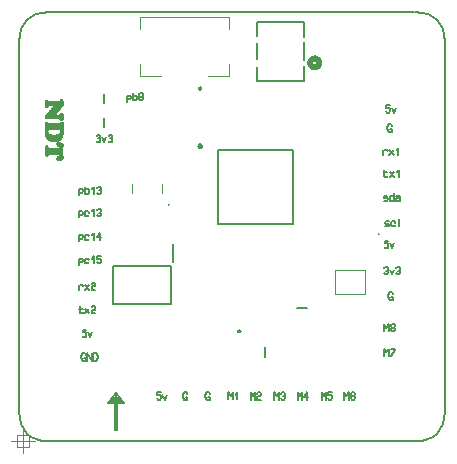
<source format=gbr>
G04 PROTEUS RS274X GERBER FILE*
%FSLAX45Y45*%
%MOMM*%
G01*
%ADD49C,0.200000*%
%ADD50C,0.250000*%
%ADD51C,0.100000*%
%ADD13C,0.203200*%
%ADD52C,0.000010*%
%ADD53C,0.031750*%
%ADD15C,0.508000*%
%ADD14C,0.152400*%
D49*
X+1385823Y+1533135D02*
X+2015823Y+1533135D01*
X+2015823Y+2163135D01*
X+1385823Y+2163135D01*
X+1385823Y+1533135D01*
D50*
X+1240823Y+2198135D02*
X+1240780Y+2199174D01*
X+1240428Y+2201253D01*
X+1239691Y+2203332D01*
X+1238487Y+2205411D01*
X+1236646Y+2207461D01*
X+1234567Y+2208964D01*
X+1232488Y+2209921D01*
X+1230409Y+2210460D01*
X+1228330Y+2210635D01*
X+1228323Y+2210635D01*
X+1215823Y+2198135D02*
X+1215866Y+2199174D01*
X+1216218Y+2201253D01*
X+1216955Y+2203332D01*
X+1218159Y+2205411D01*
X+1220000Y+2207461D01*
X+1222079Y+2208964D01*
X+1224158Y+2209921D01*
X+1226237Y+2210460D01*
X+1228316Y+2210635D01*
X+1228323Y+2210635D01*
X+1215823Y+2198135D02*
X+1215866Y+2197096D01*
X+1216218Y+2195017D01*
X+1216955Y+2192938D01*
X+1218159Y+2190859D01*
X+1220000Y+2188809D01*
X+1222079Y+2187306D01*
X+1224158Y+2186349D01*
X+1226237Y+2185810D01*
X+1228316Y+2185635D01*
X+1228323Y+2185635D01*
X+1240823Y+2198135D02*
X+1240780Y+2197096D01*
X+1240428Y+2195017D01*
X+1239691Y+2192938D01*
X+1238487Y+2190859D01*
X+1236646Y+2188809D01*
X+1234567Y+2187306D01*
X+1232488Y+2186349D01*
X+1230409Y+2185810D01*
X+1228330Y+2185635D01*
X+1228323Y+2185635D01*
D51*
X+907423Y+1797935D02*
X+907423Y+1877935D01*
X+657423Y+1797935D02*
X+657423Y+1877935D01*
X+962423Y+1697935D02*
X+967423Y+1702935D01*
X+962423Y+1707935D01*
X+957423Y+1702935D01*
X+962423Y+1697935D01*
D49*
X+1572569Y+628777D02*
X+1572534Y+629608D01*
X+1572253Y+631272D01*
X+1571663Y+632936D01*
X+1570699Y+634600D01*
X+1569224Y+636241D01*
X+1567560Y+637442D01*
X+1565896Y+638207D01*
X+1564232Y+638638D01*
X+1562569Y+638777D01*
X+1552569Y+628777D02*
X+1552604Y+629608D01*
X+1552885Y+631272D01*
X+1553475Y+632936D01*
X+1554439Y+634600D01*
X+1555914Y+636241D01*
X+1557578Y+637442D01*
X+1559242Y+638207D01*
X+1560906Y+638638D01*
X+1562569Y+638777D01*
X+1552569Y+628777D02*
X+1552604Y+627946D01*
X+1552885Y+626282D01*
X+1553475Y+624618D01*
X+1554439Y+622954D01*
X+1555914Y+621313D01*
X+1557578Y+620112D01*
X+1559242Y+619347D01*
X+1560906Y+618916D01*
X+1562569Y+618777D01*
X+1572569Y+628777D02*
X+1572534Y+627946D01*
X+1572253Y+626282D01*
X+1571663Y+624618D01*
X+1570699Y+622954D01*
X+1569224Y+621313D01*
X+1567560Y+620112D01*
X+1565896Y+619347D01*
X+1564232Y+618916D01*
X+1562569Y+618777D01*
X+1783348Y+412409D02*
X+1783348Y+492409D01*
X+2052523Y+825535D02*
X+2132523Y+825535D01*
D51*
X+1300823Y+2788135D02*
X+1475823Y+2788135D01*
X+1475823Y+2888135D01*
X+1475823Y+3188135D02*
X+1475823Y+3288135D01*
X+725823Y+3288135D01*
X+725823Y+3188135D01*
X+900823Y+2788135D02*
X+725823Y+2788135D01*
X+725823Y+2888135D01*
D49*
X+1240823Y+2683135D02*
X+1237932Y+2676026D01*
X+1230823Y+2673135D01*
X+1223714Y+2676026D01*
X+1220823Y+2683135D01*
X+1223714Y+2690244D01*
X+1230823Y+2693135D01*
X+1237932Y+2690244D01*
X+1240823Y+2683135D01*
D51*
X+2375823Y+948135D02*
X+2625823Y+948135D01*
X+2625823Y+1148135D01*
X+2375823Y+1148135D01*
X+2375823Y+948135D01*
D13*
X+1469200Y+51385D02*
X+1469200Y+112345D01*
X+1488250Y+81865D01*
X+1507300Y+112345D01*
X+1507300Y+51385D01*
X+1532700Y+92025D02*
X+1545400Y+112345D01*
X+1545400Y+51385D01*
X+1659200Y+49520D02*
X+1659200Y+110480D01*
X+1678250Y+80000D01*
X+1697300Y+110480D01*
X+1697300Y+49520D01*
X+1716350Y+100320D02*
X+1722700Y+110480D01*
X+1741750Y+110480D01*
X+1748100Y+100320D01*
X+1748100Y+90160D01*
X+1741750Y+80000D01*
X+1722700Y+80000D01*
X+1716350Y+69840D01*
X+1716350Y+49520D01*
X+1748100Y+49520D01*
X+1859200Y+49520D02*
X+1859200Y+110480D01*
X+1878250Y+80000D01*
X+1897300Y+110480D01*
X+1897300Y+49520D01*
X+1916350Y+100320D02*
X+1922700Y+110480D01*
X+1941750Y+110480D01*
X+1948100Y+100320D01*
X+1948100Y+90160D01*
X+1941750Y+80000D01*
X+1948100Y+69840D01*
X+1948100Y+59680D01*
X+1941750Y+49520D01*
X+1922700Y+49520D01*
X+1916350Y+59680D01*
X+1929050Y+80000D02*
X+1941750Y+80000D01*
X+2059200Y+49520D02*
X+2059200Y+110480D01*
X+2078250Y+80000D01*
X+2097300Y+110480D01*
X+2097300Y+49520D01*
X+2148100Y+69840D02*
X+2110000Y+69840D01*
X+2135400Y+110480D01*
X+2135400Y+49520D01*
X+2259200Y+49520D02*
X+2259200Y+110480D01*
X+2278250Y+80000D01*
X+2297300Y+110480D01*
X+2297300Y+49520D01*
X+2348100Y+110480D02*
X+2316350Y+110480D01*
X+2316350Y+90160D01*
X+2341750Y+90160D01*
X+2348100Y+80000D01*
X+2348100Y+59680D01*
X+2341750Y+49520D01*
X+2322700Y+49520D01*
X+2316350Y+59680D01*
X+2449200Y+49520D02*
X+2449200Y+110480D01*
X+2468250Y+80000D01*
X+2487300Y+110480D01*
X+2487300Y+49520D01*
X+2538100Y+100320D02*
X+2531750Y+110480D01*
X+2512700Y+110480D01*
X+2506350Y+100320D01*
X+2506350Y+59680D01*
X+2512700Y+49520D01*
X+2531750Y+49520D01*
X+2538100Y+59680D01*
X+2538100Y+69840D01*
X+2531750Y+80000D01*
X+2506350Y+80000D01*
X+249200Y+399840D02*
X+261900Y+399840D01*
X+261900Y+379520D01*
X+236500Y+379520D01*
X+223800Y+399840D01*
X+223800Y+420160D01*
X+236500Y+440480D01*
X+255550Y+440480D01*
X+261900Y+430320D01*
X+274600Y+379520D02*
X+274600Y+440480D01*
X+312700Y+379520D01*
X+312700Y+440480D01*
X+325400Y+379520D02*
X+325400Y+440480D01*
X+350800Y+440480D01*
X+363500Y+420160D01*
X+363500Y+399840D01*
X+350800Y+379520D01*
X+325400Y+379520D01*
X+267300Y+640480D02*
X+235550Y+640480D01*
X+235550Y+620160D01*
X+260950Y+620160D01*
X+267300Y+610000D01*
X+267300Y+589680D01*
X+260950Y+579520D01*
X+241900Y+579520D01*
X+235550Y+589680D01*
X+280000Y+620160D02*
X+299050Y+579520D01*
X+318100Y+620160D01*
X+210150Y+840480D02*
X+210150Y+789680D01*
X+216500Y+779520D01*
X+235550Y+779520D01*
X+241900Y+789680D01*
X+203800Y+820160D02*
X+235550Y+820160D01*
X+254600Y+820160D02*
X+292700Y+779520D01*
X+254600Y+779520D02*
X+292700Y+820160D01*
X+311750Y+830320D02*
X+318100Y+840480D01*
X+337150Y+840480D01*
X+343500Y+830320D01*
X+343500Y+820160D01*
X+337150Y+810000D01*
X+318100Y+810000D01*
X+311750Y+799840D01*
X+311750Y+779520D01*
X+343500Y+779520D01*
X+203800Y+979520D02*
X+203800Y+1020160D01*
X+203800Y+1010000D02*
X+210150Y+1020160D01*
X+235550Y+1020160D01*
X+241900Y+1010000D01*
X+254600Y+1020160D02*
X+292700Y+979520D01*
X+254600Y+979520D02*
X+292700Y+1020160D01*
X+311750Y+1030320D02*
X+318100Y+1040480D01*
X+337150Y+1040480D01*
X+343500Y+1030320D01*
X+343500Y+1020160D01*
X+337150Y+1010000D01*
X+318100Y+1010000D01*
X+311750Y+999840D01*
X+311750Y+979520D01*
X+343500Y+979520D01*
D49*
X+490323Y+859135D02*
X+984323Y+859135D01*
X+984323Y+1179135D01*
X+490323Y+1179135D01*
X+490323Y+859135D01*
X+997323Y+1367135D02*
X+997323Y+1214135D01*
D51*
X+2745000Y+1453000D02*
X+2740000Y+1458000D01*
X+2735000Y+1453000D01*
X+2740000Y+1448000D01*
X+2745000Y+1453000D01*
D13*
X+2840078Y+2540480D02*
X+2808328Y+2540480D01*
X+2808328Y+2520160D01*
X+2833728Y+2520160D01*
X+2840078Y+2510000D01*
X+2840078Y+2489680D01*
X+2833728Y+2479520D01*
X+2814678Y+2479520D01*
X+2808328Y+2489680D01*
X+2852778Y+2520160D02*
X+2871828Y+2479520D01*
X+2890878Y+2520160D01*
X+2840000Y+2339840D02*
X+2852700Y+2339840D01*
X+2852700Y+2319520D01*
X+2827300Y+2319520D01*
X+2814600Y+2339840D01*
X+2814600Y+2360160D01*
X+2827300Y+2380480D01*
X+2846350Y+2380480D01*
X+2852700Y+2370320D01*
X+2789200Y+419520D02*
X+2789200Y+480480D01*
X+2808250Y+450000D01*
X+2827300Y+480480D01*
X+2827300Y+419520D01*
X+2846350Y+480480D02*
X+2878100Y+480480D01*
X+2878100Y+470320D01*
X+2846350Y+419520D01*
X+2789201Y+629602D02*
X+2789201Y+690562D01*
X+2808251Y+660082D01*
X+2827301Y+690562D01*
X+2827301Y+629602D01*
X+2852701Y+660082D02*
X+2846351Y+670242D01*
X+2846351Y+680402D01*
X+2852701Y+690562D01*
X+2871751Y+690562D01*
X+2878101Y+680402D01*
X+2878101Y+670242D01*
X+2871751Y+660082D01*
X+2852701Y+660082D01*
X+2846351Y+649922D01*
X+2846351Y+639762D01*
X+2852701Y+629602D01*
X+2871751Y+629602D01*
X+2878101Y+639762D01*
X+2878101Y+649922D01*
X+2871751Y+660082D01*
X-299177Y+3078135D02*
X-295100Y+3135532D01*
X-282966Y+3185752D01*
X-262922Y+3228648D01*
X-235114Y+3264072D01*
X-199689Y+3291880D01*
X-156794Y+3311924D01*
X-106574Y+3324058D01*
X-49177Y+3328135D01*
X+3050823Y+3328135D02*
X+3108220Y+3324058D01*
X+3158440Y+3311924D01*
X+3201335Y+3291880D01*
X+3236760Y+3264072D01*
X+3264568Y+3228648D01*
X+3284612Y+3185752D01*
X+3296746Y+3135532D01*
X+3300823Y+3078135D01*
X+3300823Y-51865D02*
X+3296746Y-109262D01*
X+3284612Y-159482D01*
X+3264568Y-202378D01*
X+3236760Y-237802D01*
X+3201335Y-265610D01*
X+3158440Y-285654D01*
X+3108220Y-297788D01*
X+3050823Y-301865D01*
X-49177Y-301865D02*
X-106574Y-297788D01*
X-156794Y-285654D01*
X-199689Y-265610D01*
X-235114Y-237802D01*
X-262922Y-202378D01*
X-282966Y-159482D01*
X-295100Y-109262D01*
X-299177Y-51865D01*
X-49177Y-301865D02*
X+3050823Y-301865D01*
X-299177Y-51865D02*
X-299177Y+3098135D01*
X-59177Y+3328135D02*
X+3040823Y+3328135D01*
X+3300823Y+3098135D02*
X+3300823Y-51865D01*
D49*
X+420823Y+2558135D02*
X+420823Y+2638135D01*
X+420823Y+2358135D02*
X+420823Y+2438135D01*
D13*
X+2783117Y+2120584D02*
X+2783117Y+2161224D01*
X+2783117Y+2151064D02*
X+2789467Y+2161224D01*
X+2814867Y+2161224D01*
X+2821217Y+2151064D01*
X+2833917Y+2161224D02*
X+2872017Y+2120584D01*
X+2833917Y+2120584D02*
X+2872017Y+2161224D01*
X+2897417Y+2161224D02*
X+2910117Y+2181544D01*
X+2910117Y+2120584D01*
X+2791164Y+1996399D02*
X+2791164Y+1945599D01*
X+2797514Y+1935439D01*
X+2816564Y+1935439D01*
X+2822914Y+1945599D01*
X+2784814Y+1976079D02*
X+2816564Y+1976079D01*
X+2835614Y+1976079D02*
X+2873714Y+1935439D01*
X+2835614Y+1935439D02*
X+2873714Y+1976079D01*
X+2899114Y+1976079D02*
X+2911814Y+1996399D01*
X+2911814Y+1935439D01*
X+897300Y+110480D02*
X+865550Y+110480D01*
X+865550Y+90160D01*
X+890950Y+90160D01*
X+897300Y+80000D01*
X+897300Y+59680D01*
X+890950Y+49520D01*
X+871900Y+49520D01*
X+865550Y+59680D01*
X+910000Y+90160D02*
X+929050Y+49520D01*
X+948100Y+90160D01*
X+202197Y+1193158D02*
X+202197Y+1243958D01*
X+202197Y+1233798D02*
X+208547Y+1243958D01*
X+233947Y+1243958D01*
X+240297Y+1233798D01*
X+240297Y+1223638D01*
X+233947Y+1213478D01*
X+208547Y+1213478D01*
X+202197Y+1223638D01*
X+291097Y+1233798D02*
X+284747Y+1243958D01*
X+259347Y+1243958D01*
X+252997Y+1233798D01*
X+252997Y+1213478D01*
X+259347Y+1203318D01*
X+284747Y+1203318D01*
X+291097Y+1213478D01*
X+316497Y+1243958D02*
X+329197Y+1264278D01*
X+329197Y+1203318D01*
X+392697Y+1264278D02*
X+360947Y+1264278D01*
X+360947Y+1243958D01*
X+386347Y+1243958D01*
X+392697Y+1233798D01*
X+392697Y+1213478D01*
X+386347Y+1203318D01*
X+367297Y+1203318D01*
X+360947Y+1213478D01*
X+202197Y+1393158D02*
X+202197Y+1443958D01*
X+202197Y+1433798D02*
X+208547Y+1443958D01*
X+233947Y+1443958D01*
X+240297Y+1433798D01*
X+240297Y+1423638D01*
X+233947Y+1413478D01*
X+208547Y+1413478D01*
X+202197Y+1423638D01*
X+291097Y+1433798D02*
X+284747Y+1443958D01*
X+259347Y+1443958D01*
X+252997Y+1433798D01*
X+252997Y+1413478D01*
X+259347Y+1403318D01*
X+284747Y+1403318D01*
X+291097Y+1413478D01*
X+316497Y+1443958D02*
X+329197Y+1464278D01*
X+329197Y+1403318D01*
X+392697Y+1423638D02*
X+354597Y+1423638D01*
X+379997Y+1464278D01*
X+379997Y+1403318D01*
X+202197Y+1593158D02*
X+202197Y+1643958D01*
X+202197Y+1633798D02*
X+208547Y+1643958D01*
X+233947Y+1643958D01*
X+240297Y+1633798D01*
X+240297Y+1623638D01*
X+233947Y+1613478D01*
X+208547Y+1613478D01*
X+202197Y+1623638D01*
X+291097Y+1633798D02*
X+284747Y+1643958D01*
X+259347Y+1643958D01*
X+252997Y+1633798D01*
X+252997Y+1613478D01*
X+259347Y+1603318D01*
X+284747Y+1603318D01*
X+291097Y+1613478D01*
X+316497Y+1643958D02*
X+329197Y+1664278D01*
X+329197Y+1603318D01*
X+360947Y+1654118D02*
X+367297Y+1664278D01*
X+386347Y+1664278D01*
X+392697Y+1654118D01*
X+392697Y+1643958D01*
X+386347Y+1633798D01*
X+392697Y+1623638D01*
X+392697Y+1613478D01*
X+386347Y+1603318D01*
X+367297Y+1603318D01*
X+360947Y+1613478D01*
X+373647Y+1633798D02*
X+386347Y+1633798D01*
X+1299999Y+69840D02*
X+1312699Y+69840D01*
X+1312699Y+49520D01*
X+1287299Y+49520D01*
X+1274599Y+69840D01*
X+1274599Y+90160D01*
X+1287299Y+110480D01*
X+1306349Y+110480D01*
X+1312699Y+100320D01*
X+1110000Y+69840D02*
X+1122700Y+69840D01*
X+1122700Y+49520D01*
X+1097300Y+49520D01*
X+1084600Y+69840D01*
X+1084600Y+90160D01*
X+1097300Y+110480D01*
X+1116350Y+110480D01*
X+1122700Y+100320D01*
X+2825005Y+1395264D02*
X+2793255Y+1395264D01*
X+2793255Y+1374944D01*
X+2818655Y+1374944D01*
X+2825005Y+1364784D01*
X+2825005Y+1344464D01*
X+2818655Y+1334304D01*
X+2799605Y+1334304D01*
X+2793255Y+1344464D01*
X+2837705Y+1374944D02*
X+2856755Y+1334304D01*
X+2875805Y+1374944D01*
X+2790150Y+1160320D02*
X+2796500Y+1170480D01*
X+2815550Y+1170480D01*
X+2821900Y+1160320D01*
X+2821900Y+1150160D01*
X+2815550Y+1140000D01*
X+2821900Y+1129840D01*
X+2821900Y+1119680D01*
X+2815550Y+1109520D01*
X+2796500Y+1109520D01*
X+2790150Y+1119680D01*
X+2802850Y+1140000D02*
X+2815550Y+1140000D01*
X+2834600Y+1150160D02*
X+2853650Y+1109520D01*
X+2872700Y+1150160D01*
X+2891750Y+1160320D02*
X+2898100Y+1170480D01*
X+2917150Y+1170480D01*
X+2923500Y+1160320D01*
X+2923500Y+1150160D01*
X+2917150Y+1140000D01*
X+2923500Y+1129840D01*
X+2923500Y+1119680D01*
X+2917150Y+1109520D01*
X+2898100Y+1109520D01*
X+2891750Y+1119680D01*
X+2904450Y+1140000D02*
X+2917150Y+1140000D01*
X+202197Y+1783158D02*
X+202197Y+1833958D01*
X+202197Y+1823798D02*
X+208547Y+1833958D01*
X+233947Y+1833958D01*
X+240297Y+1823798D01*
X+240297Y+1813638D01*
X+233947Y+1803478D01*
X+208547Y+1803478D01*
X+202197Y+1813638D01*
X+252997Y+1823798D02*
X+259347Y+1833958D01*
X+284747Y+1833958D01*
X+291097Y+1823798D01*
X+291097Y+1803478D01*
X+284747Y+1793318D01*
X+259347Y+1793318D01*
X+252997Y+1803478D01*
X+252997Y+1793318D02*
X+252997Y+1854278D01*
X+316497Y+1833958D02*
X+329197Y+1854278D01*
X+329197Y+1793318D01*
X+360947Y+1844118D02*
X+367297Y+1854278D01*
X+386347Y+1854278D01*
X+392697Y+1844118D01*
X+392697Y+1833958D01*
X+386347Y+1823798D01*
X+392697Y+1813638D01*
X+392697Y+1803478D01*
X+386347Y+1793318D01*
X+367297Y+1793318D01*
X+360947Y+1803478D01*
X+373647Y+1823798D02*
X+386347Y+1823798D01*
X+2825817Y+1558838D02*
X+2800417Y+1558838D01*
X+2794067Y+1548678D01*
X+2800417Y+1538518D01*
X+2825817Y+1538518D01*
X+2832167Y+1528358D01*
X+2825817Y+1518198D01*
X+2794067Y+1518198D01*
X+2882967Y+1548678D02*
X+2876617Y+1558838D01*
X+2851217Y+1558838D01*
X+2844867Y+1548678D01*
X+2844867Y+1528358D01*
X+2851217Y+1518198D01*
X+2876617Y+1518198D01*
X+2882967Y+1528358D01*
X+2914717Y+1579158D02*
X+2914717Y+1518198D01*
X+2815550Y+1774944D02*
X+2790150Y+1774944D01*
X+2783800Y+1764784D01*
X+2790150Y+1754624D01*
X+2815550Y+1754624D01*
X+2821900Y+1744464D01*
X+2815550Y+1734304D01*
X+2783800Y+1734304D01*
X+2872700Y+1764784D02*
X+2866350Y+1774944D01*
X+2840950Y+1774944D01*
X+2834600Y+1764784D01*
X+2834600Y+1744464D01*
X+2840950Y+1734304D01*
X+2866350Y+1734304D01*
X+2872700Y+1744464D01*
X+2872700Y+1734304D02*
X+2872700Y+1795264D01*
X+2891750Y+1774944D02*
X+2917150Y+1774944D01*
X+2923500Y+1764784D01*
X+2923500Y+1734304D01*
X+2891750Y+1734304D01*
X+2885400Y+1744464D01*
X+2891750Y+1754624D01*
X+2923500Y+1754624D01*
X+510000Y-210000D02*
X+530000Y-210000D01*
X+530000Y+70000D01*
X+510000Y+70000D01*
X+510000Y-210000D01*
X+450000Y+20000D02*
X+520000Y+110000D01*
X+590020Y+20000D01*
D52*
X-320800Y-350800D02*
X-219200Y-350800D01*
X-219200Y-249200D01*
X-320800Y-249200D01*
X-320800Y-350800D01*
X-371600Y-300000D02*
X-168400Y-300000D01*
X-270000Y-198400D02*
X-270000Y-401600D01*
D13*
X+2846874Y+916907D02*
X+2859574Y+916907D01*
X+2859574Y+896587D01*
X+2834174Y+896587D01*
X+2821474Y+916907D01*
X+2821474Y+937227D01*
X+2834174Y+957547D01*
X+2853224Y+957547D01*
X+2859574Y+947387D01*
X+520000Y+60000D02*
X+520000Y+100000D01*
X+490000Y+60000D02*
X+550000Y+60000D01*
X+480000Y+50000D02*
X+560000Y+50000D01*
X+470000Y+30000D02*
X+570000Y+30000D01*
X+450000Y+20000D02*
X+580000Y+20000D01*
X+560000Y+20000D02*
X+580000Y+20000D01*
X+590000Y+20000D02*
X+570000Y+20000D01*
D53*
X-86578Y+2135216D02*
X-86578Y+2178396D01*
X-86578Y+2440016D02*
X-86578Y+2450176D01*
X-86578Y+2544156D02*
X-86578Y+2574636D01*
X-84038Y+2125056D02*
X-84038Y+2191096D01*
X-84038Y+2295236D02*
X-84038Y+2396836D01*
X-84038Y+2437476D02*
X-84038Y+2455256D01*
X-84038Y+2536536D02*
X-84038Y+2582256D01*
X-81498Y+2119976D02*
X-81498Y+2196176D01*
X-81498Y+2285076D02*
X-81498Y+2399376D01*
X-81498Y+2437476D02*
X-81498Y+2457796D01*
X-81498Y+2533996D02*
X-81498Y+2584796D01*
X-78958Y+2117436D02*
X-78958Y+2201256D01*
X-78958Y+2279996D02*
X-78958Y+2401916D01*
X-78958Y+2434936D02*
X-78958Y+2460336D01*
X-78958Y+2531456D02*
X-78958Y+2587336D01*
X-76418Y+2114896D02*
X-76418Y+2203796D01*
X-76418Y+2272376D02*
X-76418Y+2404456D01*
X-76418Y+2434936D02*
X-76418Y+2462876D01*
X-76418Y+2528916D02*
X-76418Y+2589876D01*
X-73878Y+2114896D02*
X-73878Y+2203796D01*
X-73878Y+2269836D02*
X-73878Y+2404456D01*
X-73878Y+2434936D02*
X-73878Y+2465416D01*
X-73878Y+2528916D02*
X-73878Y+2589876D01*
X-71338Y+2114896D02*
X-71338Y+2203796D01*
X-71338Y+2264756D02*
X-71338Y+2404456D01*
X-71338Y+2432396D02*
X-71338Y+2470496D01*
X-71338Y+2528916D02*
X-71338Y+2589876D01*
X-68798Y+2114896D02*
X-68798Y+2203796D01*
X-68798Y+2262216D02*
X-68798Y+2404456D01*
X-68798Y+2432396D02*
X-68798Y+2473036D01*
X-68798Y+2528916D02*
X-68798Y+2589876D01*
X-66258Y+2117436D02*
X-66258Y+2201256D01*
X-66258Y+2259676D02*
X-66258Y+2401916D01*
X-66258Y+2432396D02*
X-66258Y+2475576D01*
X-66258Y+2531456D02*
X-66258Y+2587336D01*
X-63718Y+2117436D02*
X-63718Y+2198716D01*
X-63718Y+2257136D02*
X-63718Y+2396836D01*
X-63718Y+2432396D02*
X-63718Y+2478116D01*
X-63718Y+2533996D02*
X-63718Y+2584796D01*
X-61178Y+2122516D02*
X-61178Y+2191096D01*
X-61178Y+2254596D02*
X-61178Y+2315556D01*
X-61178Y+2333336D02*
X-61178Y+2394296D01*
X-61178Y+2432396D02*
X-61178Y+2480656D01*
X-61178Y+2539076D02*
X-61178Y+2579716D01*
X-58638Y+2125056D02*
X-58638Y+2188556D01*
X-58638Y+2252056D02*
X-58638Y+2310476D01*
X-58638Y+2335876D02*
X-58638Y+2391756D01*
X-58638Y+2432396D02*
X-58638Y+2483196D01*
X-58638Y+2541616D02*
X-58638Y+2579716D01*
X-56098Y+2127596D02*
X-56098Y+2186016D01*
X-56098Y+2249516D02*
X-56098Y+2305396D01*
X-56098Y+2338416D02*
X-56098Y+2391756D01*
X-56098Y+2432396D02*
X-56098Y+2485736D01*
X-56098Y+2541616D02*
X-56098Y+2577176D01*
X-53558Y+2127596D02*
X-53558Y+2186016D01*
X-53558Y+2249516D02*
X-53558Y+2302856D01*
X-53558Y+2338416D02*
X-53558Y+2391756D01*
X-53558Y+2432396D02*
X-53558Y+2488276D01*
X-53558Y+2541616D02*
X-53558Y+2577176D01*
X-51018Y+2130136D02*
X-51018Y+2183476D01*
X-51018Y+2246976D02*
X-51018Y+2300316D01*
X-51018Y+2338416D02*
X-51018Y+2391756D01*
X-51018Y+2432396D02*
X-51018Y+2490816D01*
X-51018Y+2544156D02*
X-51018Y+2577176D01*
X-48478Y+2130136D02*
X-48478Y+2183476D01*
X-48478Y+2246976D02*
X-48478Y+2300316D01*
X-48478Y+2338416D02*
X-48478Y+2391756D01*
X-48478Y+2432396D02*
X-48478Y+2495896D01*
X-48478Y+2544156D02*
X-48478Y+2577176D01*
X-45938Y+2130136D02*
X-45938Y+2183476D01*
X-45938Y+2244436D02*
X-45938Y+2297776D01*
X-45938Y+2338416D02*
X-45938Y+2391756D01*
X-45938Y+2432396D02*
X-45938Y+2498436D01*
X-45938Y+2544156D02*
X-45938Y+2574636D01*
X-43398Y+2130136D02*
X-43398Y+2183476D01*
X-43398Y+2244436D02*
X-43398Y+2297776D01*
X-43398Y+2338416D02*
X-43398Y+2391756D01*
X-43398Y+2432396D02*
X-43398Y+2500976D01*
X-43398Y+2544156D02*
X-43398Y+2574636D01*
X-40858Y+2130136D02*
X-40858Y+2183476D01*
X-40858Y+2241896D02*
X-40858Y+2295236D01*
X-40858Y+2338416D02*
X-40858Y+2389216D01*
X-40858Y+2432396D02*
X-40858Y+2503516D01*
X-40858Y+2544156D02*
X-40858Y+2574636D01*
X-38318Y+2130136D02*
X-38318Y+2183476D01*
X-38318Y+2241896D02*
X-38318Y+2295236D01*
X-38318Y+2338416D02*
X-38318Y+2389216D01*
X-38318Y+2432396D02*
X-38318Y+2506056D01*
X-38318Y+2544156D02*
X-38318Y+2574636D01*
X-35778Y+2130136D02*
X-35778Y+2183476D01*
X-35778Y+2241896D02*
X-35778Y+2295236D01*
X-35778Y+2338416D02*
X-35778Y+2389216D01*
X-35778Y+2432396D02*
X-35778Y+2508596D01*
X-35778Y+2544156D02*
X-35778Y+2574636D01*
X-33238Y+2130136D02*
X-33238Y+2183476D01*
X-33238Y+2239356D02*
X-33238Y+2295236D01*
X-33238Y+2338416D02*
X-33238Y+2389216D01*
X-33238Y+2432396D02*
X-33238Y+2511136D01*
X-33238Y+2544156D02*
X-33238Y+2574636D01*
X-30698Y+2130136D02*
X-30698Y+2183476D01*
X-30698Y+2239356D02*
X-30698Y+2292696D01*
X-30698Y+2338416D02*
X-30698Y+2389216D01*
X-30698Y+2432396D02*
X-30698Y+2513676D01*
X-30698Y+2544156D02*
X-30698Y+2574636D01*
X-28158Y+2130136D02*
X-28158Y+2183476D01*
X-28158Y+2239356D02*
X-28158Y+2292696D01*
X-28158Y+2338416D02*
X-28158Y+2389216D01*
X-28158Y+2432396D02*
X-28158Y+2516216D01*
X-28158Y+2544156D02*
X-28158Y+2574636D01*
X-25618Y+2130136D02*
X-25618Y+2180936D01*
X-25618Y+2239356D02*
X-25618Y+2292696D01*
X-25618Y+2338416D02*
X-25618Y+2389216D01*
X-25618Y+2432396D02*
X-25618Y+2521296D01*
X-25618Y+2544156D02*
X-25618Y+2574636D01*
X-23078Y+2130136D02*
X-23078Y+2180936D01*
X-23078Y+2236816D02*
X-23078Y+2292696D01*
X-23078Y+2338416D02*
X-23078Y+2389216D01*
X-23078Y+2432396D02*
X-23078Y+2523836D01*
X-23078Y+2544156D02*
X-23078Y+2574636D01*
X-20538Y+2130136D02*
X-20538Y+2180936D01*
X-20538Y+2236816D02*
X-20538Y+2292696D01*
X-20538Y+2338416D02*
X-20538Y+2389216D01*
X-20538Y+2432396D02*
X-20538Y+2526376D01*
X-20538Y+2541616D02*
X-20538Y+2574636D01*
X-17998Y+2130136D02*
X-17998Y+2180936D01*
X-17998Y+2236816D02*
X-17998Y+2292696D01*
X-17998Y+2338416D02*
X-17998Y+2389216D01*
X-17998Y+2432396D02*
X-17998Y+2528916D01*
X-17998Y+2541616D02*
X-17998Y+2574636D01*
X-15458Y+2130136D02*
X-15458Y+2180936D01*
X-15458Y+2236816D02*
X-15458Y+2292696D01*
X-15458Y+2338416D02*
X-15458Y+2389216D01*
X-15458Y+2432396D02*
X-15458Y+2533996D01*
X-15458Y+2539076D02*
X-15458Y+2574636D01*
X-12918Y+2130136D02*
X-12918Y+2180936D01*
X-12918Y+2236816D02*
X-12918Y+2292696D01*
X-12918Y+2338416D02*
X-12918Y+2389216D01*
X-12918Y+2432396D02*
X-12918Y+2574636D01*
X-10378Y+2130136D02*
X-10378Y+2180936D01*
X-10378Y+2236816D02*
X-10378Y+2292696D01*
X-10378Y+2338416D02*
X-10378Y+2389216D01*
X-10378Y+2432396D02*
X-10378Y+2574636D01*
X-7838Y+2130136D02*
X-7838Y+2180936D01*
X-7838Y+2236816D02*
X-7838Y+2292696D01*
X-7838Y+2338416D02*
X-7838Y+2389216D01*
X-7838Y+2432396D02*
X-7838Y+2574636D01*
X-5298Y+2130136D02*
X-5298Y+2180936D01*
X-5298Y+2236816D02*
X-5298Y+2292696D01*
X-5298Y+2338416D02*
X-5298Y+2389216D01*
X-5298Y+2432396D02*
X-5298Y+2574636D01*
X-2758Y+2130136D02*
X-2758Y+2180936D01*
X-2758Y+2236816D02*
X-2758Y+2292696D01*
X-2758Y+2338416D02*
X-2758Y+2389216D01*
X-2758Y+2432396D02*
X-2758Y+2574636D01*
X-218Y+2130136D02*
X-218Y+2180936D01*
X-218Y+2236816D02*
X-218Y+2292696D01*
X-218Y+2338416D02*
X-218Y+2389216D01*
X-218Y+2432396D02*
X-218Y+2574636D01*
X+2322Y+2130136D02*
X+2322Y+2180936D01*
X+2322Y+2236816D02*
X+2322Y+2292696D01*
X+2322Y+2338416D02*
X+2322Y+2389216D01*
X+2322Y+2432396D02*
X+2322Y+2574636D01*
X+4862Y+2130136D02*
X+4862Y+2180936D01*
X+4862Y+2236816D02*
X+4862Y+2292696D01*
X+4862Y+2338416D02*
X+4862Y+2389216D01*
X+4862Y+2432396D02*
X+4862Y+2465416D01*
X+4862Y+2470496D02*
X+4862Y+2574636D01*
X+7402Y+2130136D02*
X+7402Y+2180936D01*
X+7402Y+2236816D02*
X+7402Y+2295236D01*
X+7402Y+2338416D02*
X+7402Y+2389216D01*
X+7402Y+2432396D02*
X+7402Y+2465416D01*
X+7402Y+2475576D02*
X+7402Y+2574636D01*
X+9942Y+2130136D02*
X+9942Y+2180936D01*
X+9942Y+2239356D02*
X+9942Y+2295236D01*
X+9942Y+2338416D02*
X+9942Y+2389216D01*
X+9942Y+2432396D02*
X+9942Y+2462876D01*
X+9942Y+2478116D02*
X+9942Y+2574636D01*
X+12482Y+2086956D02*
X+12482Y+2099656D01*
X+12482Y+2130136D02*
X+12482Y+2180936D01*
X+12482Y+2213956D02*
X+12482Y+2226656D01*
X+12482Y+2239356D02*
X+12482Y+2295236D01*
X+12482Y+2338416D02*
X+12482Y+2389216D01*
X+12482Y+2432396D02*
X+12482Y+2462876D01*
X+12482Y+2483196D02*
X+12482Y+2574636D01*
X+15022Y+2081876D02*
X+15022Y+2104736D01*
X+15022Y+2130136D02*
X+15022Y+2180936D01*
X+15022Y+2208876D02*
X+15022Y+2229196D01*
X+15022Y+2239356D02*
X+15022Y+2295236D01*
X+15022Y+2338416D02*
X+15022Y+2389216D01*
X+15022Y+2432396D02*
X+15022Y+2462876D01*
X+15022Y+2485736D02*
X+15022Y+2574636D01*
X+17562Y+2079336D02*
X+17562Y+2107276D01*
X+17562Y+2130136D02*
X+17562Y+2180936D01*
X+17562Y+2206336D02*
X+17562Y+2231736D01*
X+17562Y+2239356D02*
X+17562Y+2295236D01*
X+17562Y+2338416D02*
X+17562Y+2389216D01*
X+17562Y+2432396D02*
X+17562Y+2462876D01*
X+17562Y+2488276D02*
X+17562Y+2574636D01*
X+20102Y+2079336D02*
X+20102Y+2107276D01*
X+20102Y+2130136D02*
X+20102Y+2180936D01*
X+20102Y+2203796D02*
X+20102Y+2234276D01*
X+20102Y+2241896D02*
X+20102Y+2297776D01*
X+20102Y+2338416D02*
X+20102Y+2389216D01*
X+20102Y+2432396D02*
X+20102Y+2462876D01*
X+20102Y+2490816D02*
X+20102Y+2577176D01*
X+22642Y+2076796D02*
X+22642Y+2109816D01*
X+22642Y+2130136D02*
X+22642Y+2180936D01*
X+22642Y+2201256D02*
X+22642Y+2234276D01*
X+22642Y+2241896D02*
X+22642Y+2297776D01*
X+22642Y+2338416D02*
X+22642Y+2389216D01*
X+22642Y+2432396D02*
X+22642Y+2462876D01*
X+22642Y+2493356D02*
X+22642Y+2577176D01*
X+25182Y+2076796D02*
X+25182Y+2112356D01*
X+25182Y+2130136D02*
X+25182Y+2180936D01*
X+25182Y+2201256D02*
X+25182Y+2234276D01*
X+25182Y+2241896D02*
X+25182Y+2297776D01*
X+25182Y+2338416D02*
X+25182Y+2389216D01*
X+25182Y+2432396D02*
X+25182Y+2462876D01*
X+25182Y+2495896D02*
X+25182Y+2577176D01*
X+27722Y+2076796D02*
X+27722Y+2112356D01*
X+27722Y+2130136D02*
X+27722Y+2180936D01*
X+27722Y+2198716D02*
X+27722Y+2234276D01*
X+27722Y+2244436D02*
X+27722Y+2300316D01*
X+27722Y+2338416D02*
X+27722Y+2389216D01*
X+27722Y+2432396D02*
X+27722Y+2462876D01*
X+27722Y+2498436D02*
X+27722Y+2577176D01*
X+30262Y+2076796D02*
X+30262Y+2114896D01*
X+30262Y+2130136D02*
X+30262Y+2180936D01*
X+30262Y+2196176D02*
X+30262Y+2234276D01*
X+30262Y+2244436D02*
X+30262Y+2302856D01*
X+30262Y+2338416D02*
X+30262Y+2389216D01*
X+30262Y+2432396D02*
X+30262Y+2462876D01*
X+30262Y+2500976D02*
X+30262Y+2577176D01*
X+32802Y+2076796D02*
X+32802Y+2114896D01*
X+32802Y+2127596D02*
X+32802Y+2183476D01*
X+32802Y+2193636D02*
X+32802Y+2234276D01*
X+32802Y+2246976D02*
X+32802Y+2302856D01*
X+32802Y+2338416D02*
X+32802Y+2389216D01*
X+32802Y+2429856D02*
X+32802Y+2462876D01*
X+32802Y+2503516D02*
X+32802Y+2577176D01*
X+35342Y+2076796D02*
X+35342Y+2117436D01*
X+35342Y+2127596D02*
X+35342Y+2183476D01*
X+35342Y+2191096D02*
X+35342Y+2234276D01*
X+35342Y+2246976D02*
X+35342Y+2305396D01*
X+35342Y+2338416D02*
X+35342Y+2389216D01*
X+35342Y+2429856D02*
X+35342Y+2465416D01*
X+35342Y+2508596D02*
X+35342Y+2579716D01*
X+37882Y+2076796D02*
X+37882Y+2231736D01*
X+37882Y+2249516D02*
X+37882Y+2307936D01*
X+37882Y+2338416D02*
X+37882Y+2389216D01*
X+37882Y+2429856D02*
X+37882Y+2465416D01*
X+37882Y+2511136D02*
X+37882Y+2579716D01*
X+40422Y+2079336D02*
X+40422Y+2231736D01*
X+40422Y+2252056D02*
X+40422Y+2313016D01*
X+40422Y+2338416D02*
X+40422Y+2389216D01*
X+40422Y+2427316D02*
X+40422Y+2467956D01*
X+40422Y+2513676D02*
X+40422Y+2582256D01*
X+42962Y+2079336D02*
X+42962Y+2231736D01*
X+42962Y+2252056D02*
X+42962Y+2318096D01*
X+42962Y+2335876D02*
X+42962Y+2391756D01*
X+42962Y+2424776D02*
X+42962Y+2470496D01*
X+42962Y+2516216D02*
X+42962Y+2587336D01*
X+45502Y+2079336D02*
X+45502Y+2229196D01*
X+45502Y+2254596D02*
X+45502Y+2394296D01*
X+45502Y+2419696D02*
X+45502Y+2475576D01*
X+45502Y+2518756D02*
X+45502Y+2592416D01*
X+48042Y+2081876D02*
X+48042Y+2229196D01*
X+48042Y+2257136D02*
X+48042Y+2399376D01*
X+48042Y+2417156D02*
X+48042Y+2475576D01*
X+48042Y+2521296D02*
X+48042Y+2592416D01*
X+50582Y+2081876D02*
X+50582Y+2226656D01*
X+50582Y+2259676D02*
X+50582Y+2401916D01*
X+50582Y+2417156D02*
X+50582Y+2478116D01*
X+50582Y+2523836D02*
X+50582Y+2594956D01*
X+53122Y+2084416D02*
X+53122Y+2224116D01*
X+53122Y+2264756D02*
X+53122Y+2404456D01*
X+53122Y+2417156D02*
X+53122Y+2478116D01*
X+53122Y+2526376D02*
X+53122Y+2594956D01*
X+55662Y+2086956D02*
X+55662Y+2224116D01*
X+55662Y+2267296D02*
X+55662Y+2404456D01*
X+55662Y+2417156D02*
X+55662Y+2478116D01*
X+55662Y+2528916D02*
X+55662Y+2594956D01*
X+58202Y+2086956D02*
X+58202Y+2221576D01*
X+58202Y+2272376D02*
X+58202Y+2404456D01*
X+58202Y+2417156D02*
X+58202Y+2478116D01*
X+58202Y+2533996D02*
X+58202Y+2592416D01*
X+60742Y+2089496D02*
X+60742Y+2219036D01*
X+60742Y+2277456D02*
X+60742Y+2404456D01*
X+60742Y+2419696D02*
X+60742Y+2475576D01*
X+60742Y+2536536D02*
X+60742Y+2592416D01*
X+63282Y+2092036D02*
X+63282Y+2216496D01*
X+63282Y+2285076D02*
X+63282Y+2401916D01*
X+63282Y+2422236D02*
X+63282Y+2473036D01*
X+63282Y+2539076D02*
X+63282Y+2587336D01*
X+65822Y+2097116D02*
X+65822Y+2112356D01*
X+65822Y+2198716D02*
X+65822Y+2211416D01*
X+65822Y+2297776D02*
X+65822Y+2396836D01*
X+65822Y+2429856D02*
X+65822Y+2467956D01*
X+65822Y+2544156D02*
X+65822Y+2579716D01*
D13*
X+353947Y+2284118D02*
X+360297Y+2294278D01*
X+379347Y+2294278D01*
X+385697Y+2284118D01*
X+385697Y+2273958D01*
X+379347Y+2263798D01*
X+385697Y+2253638D01*
X+385697Y+2243478D01*
X+379347Y+2233318D01*
X+360297Y+2233318D01*
X+353947Y+2243478D01*
X+366647Y+2263798D02*
X+379347Y+2263798D01*
X+398397Y+2273958D02*
X+417447Y+2233318D01*
X+436497Y+2273958D01*
X+455547Y+2284118D02*
X+461897Y+2294278D01*
X+480947Y+2294278D01*
X+487297Y+2284118D01*
X+487297Y+2273958D01*
X+480947Y+2263798D01*
X+487297Y+2253638D01*
X+487297Y+2243478D01*
X+480947Y+2233318D01*
X+461897Y+2233318D01*
X+455547Y+2243478D01*
X+468247Y+2263798D02*
X+480947Y+2263798D01*
X+607597Y+2573158D02*
X+607597Y+2623958D01*
X+607597Y+2613798D02*
X+613947Y+2623958D01*
X+639347Y+2623958D01*
X+645697Y+2613798D01*
X+645697Y+2603638D01*
X+639347Y+2593478D01*
X+613947Y+2593478D01*
X+607597Y+2603638D01*
X+658397Y+2613798D02*
X+664747Y+2623958D01*
X+690147Y+2623958D01*
X+696497Y+2613798D01*
X+696497Y+2593478D01*
X+690147Y+2583318D01*
X+664747Y+2583318D01*
X+658397Y+2593478D01*
X+658397Y+2583318D02*
X+658397Y+2644278D01*
X+721897Y+2613798D02*
X+715547Y+2623958D01*
X+715547Y+2634118D01*
X+721897Y+2644278D01*
X+740947Y+2644278D01*
X+747297Y+2634118D01*
X+747297Y+2623958D01*
X+740947Y+2613798D01*
X+721897Y+2613798D01*
X+715547Y+2603638D01*
X+715547Y+2593478D01*
X+721897Y+2583318D01*
X+740947Y+2583318D01*
X+747297Y+2593478D01*
X+747297Y+2603638D01*
X+740947Y+2613798D01*
D15*
X+2238600Y+2900000D02*
X+2238469Y+2903158D01*
X+2237403Y+2909476D01*
X+2235172Y+2915794D01*
X+2231527Y+2922112D01*
X+2225952Y+2928351D01*
X+2219634Y+2932947D01*
X+2213316Y+2935880D01*
X+2206998Y+2937542D01*
X+2200680Y+2938100D01*
X+2200500Y+2938100D01*
X+2162400Y+2900000D02*
X+2162531Y+2903158D01*
X+2163597Y+2909476D01*
X+2165828Y+2915794D01*
X+2169473Y+2922112D01*
X+2175048Y+2928351D01*
X+2181366Y+2932947D01*
X+2187684Y+2935880D01*
X+2194002Y+2937542D01*
X+2200320Y+2938100D01*
X+2200500Y+2938100D01*
X+2162400Y+2900000D02*
X+2162531Y+2896842D01*
X+2163597Y+2890524D01*
X+2165828Y+2884206D01*
X+2169473Y+2877888D01*
X+2175048Y+2871649D01*
X+2181366Y+2867053D01*
X+2187684Y+2864120D01*
X+2194002Y+2862458D01*
X+2200320Y+2861900D01*
X+2200500Y+2861900D01*
X+2238600Y+2900000D02*
X+2238469Y+2896842D01*
X+2237403Y+2890524D01*
X+2235172Y+2884206D01*
X+2231527Y+2877888D01*
X+2225952Y+2871649D01*
X+2219634Y+2867053D01*
X+2213316Y+2864120D01*
X+2206998Y+2862458D01*
X+2200680Y+2861900D01*
X+2200500Y+2861900D01*
D14*
X+2110660Y+2751080D02*
X+2110660Y+2877592D01*
X+2110660Y+3248920D02*
X+1711880Y+3248920D01*
X+1711880Y+3131734D01*
X+1711880Y+2751080D02*
X+2110660Y+2751080D01*
X+1711880Y+3068266D02*
X+1711880Y+2931734D01*
X+2110660Y+3122408D02*
X+2110660Y+3248920D01*
X+1711880Y+2868266D02*
X+1711880Y+2751080D01*
X+2110660Y+2922408D02*
X+2110660Y+3077592D01*
M02*

</source>
